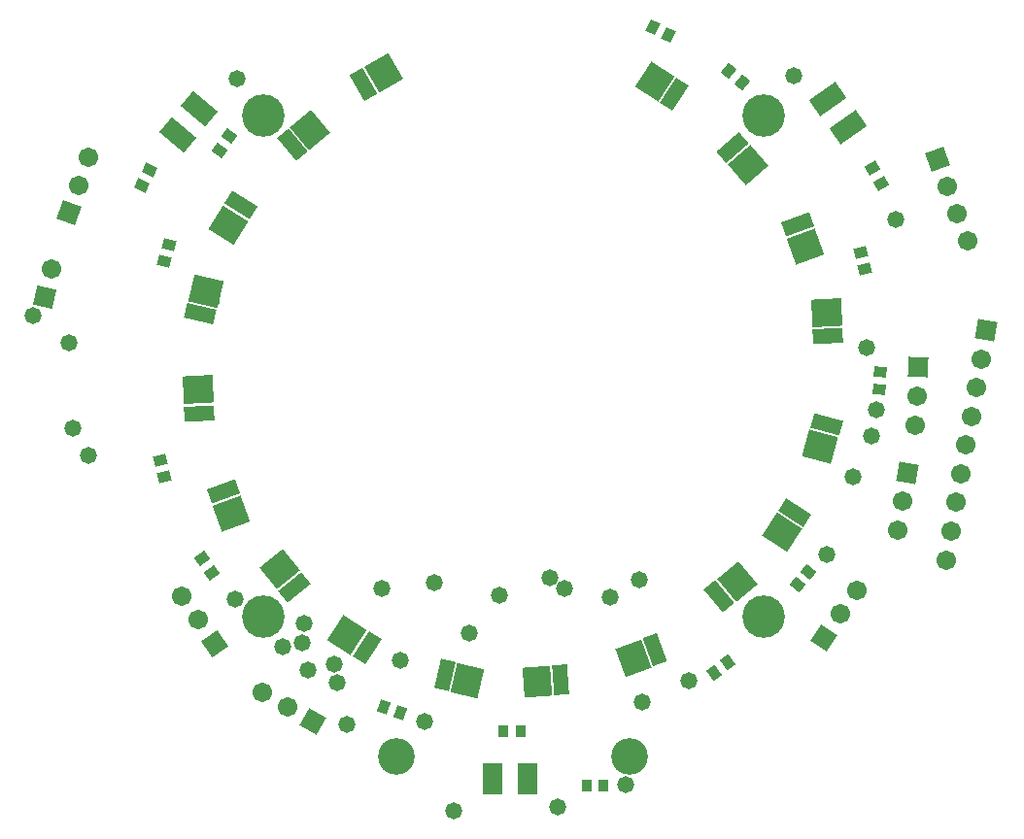
<source format=gts>
G04 Layer_Color=8388736*
%FSLAX44Y44*%
%MOMM*%
G71*
G01*
G75*
G04:AMPARAMS|DCode=77|XSize=1.3032mm|YSize=2.6032mm|CornerRadius=0mm|HoleSize=0mm|Usage=FLASHONLY|Rotation=30.000|XOffset=0mm|YOffset=0mm|HoleType=Round|Shape=Rectangle|*
%AMROTATEDRECTD77*
4,1,4,0.0865,-1.4530,-1.2151,0.8014,-0.0865,1.4530,1.2151,-0.8014,0.0865,-1.4530,0.0*
%
%ADD77ROTATEDRECTD77*%

G04:AMPARAMS|DCode=78|XSize=2.4032mm|YSize=2.6032mm|CornerRadius=0mm|HoleSize=0mm|Usage=FLASHONLY|Rotation=30.000|XOffset=0mm|YOffset=0mm|HoleType=Round|Shape=Rectangle|*
%AMROTATEDRECTD78*
4,1,4,-0.3898,-1.7280,-1.6914,0.5264,0.3898,1.7280,1.6914,-0.5264,-0.3898,-1.7280,0.0*
%
%ADD78ROTATEDRECTD78*%

G04:AMPARAMS|DCode=79|XSize=1.3032mm|YSize=2.6032mm|CornerRadius=0mm|HoleSize=0mm|Usage=FLASHONLY|Rotation=40.000|XOffset=0mm|YOffset=0mm|HoleType=Round|Shape=Rectangle|*
%AMROTATEDRECTD79*
4,1,4,0.3375,-1.4159,-1.3358,0.5782,-0.3375,1.4159,1.3358,-0.5782,0.3375,-1.4159,0.0*
%
%ADD79ROTATEDRECTD79*%

G04:AMPARAMS|DCode=80|XSize=2.4032mm|YSize=2.6032mm|CornerRadius=0mm|HoleSize=0mm|Usage=FLASHONLY|Rotation=40.000|XOffset=0mm|YOffset=0mm|HoleType=Round|Shape=Rectangle|*
%AMROTATEDRECTD80*
4,1,4,-0.0838,-1.7695,-1.7571,0.2247,0.0838,1.7695,1.7571,-0.2247,-0.0838,-1.7695,0.0*
%
%ADD80ROTATEDRECTD80*%

G04:AMPARAMS|DCode=81|XSize=2.4032mm|YSize=2.6032mm|CornerRadius=0mm|HoleSize=0mm|Usage=FLASHONLY|Rotation=238.000|XOffset=0mm|YOffset=0mm|HoleType=Round|Shape=Rectangle|*
%AMROTATEDRECTD81*
4,1,4,-0.4671,1.7088,1.7406,0.3293,0.4671,-1.7088,-1.7406,-0.3293,-0.4671,1.7088,0.0*
%
%ADD81ROTATEDRECTD81*%

G04:AMPARAMS|DCode=82|XSize=1.3032mm|YSize=2.6032mm|CornerRadius=0mm|HoleSize=0mm|Usage=FLASHONLY|Rotation=238.000|XOffset=0mm|YOffset=0mm|HoleType=Round|Shape=Rectangle|*
%AMROTATEDRECTD82*
4,1,4,-0.7585,1.2423,1.4491,-0.1371,0.7585,-1.2423,-1.4491,0.1371,-0.7585,1.2423,0.0*
%
%ADD82ROTATEDRECTD82*%

G04:AMPARAMS|DCode=83|XSize=1.3032mm|YSize=2.6032mm|CornerRadius=0mm|HoleSize=0mm|Usage=FLASHONLY|Rotation=77.000|XOffset=0mm|YOffset=0mm|HoleType=Round|Shape=Rectangle|*
%AMROTATEDRECTD83*
4,1,4,1.1217,-0.9277,-1.4148,-0.3421,-1.1217,0.9277,1.4148,0.3421,1.1217,-0.9277,0.0*
%
%ADD83ROTATEDRECTD83*%

G04:AMPARAMS|DCode=84|XSize=2.4032mm|YSize=2.6032mm|CornerRadius=0mm|HoleSize=0mm|Usage=FLASHONLY|Rotation=77.000|XOffset=0mm|YOffset=0mm|HoleType=Round|Shape=Rectangle|*
%AMROTATEDRECTD84*
4,1,4,0.9979,-1.4636,-1.5385,-0.8780,-0.9979,1.4636,1.5385,0.8780,0.9979,-1.4636,0.0*
%
%ADD84ROTATEDRECTD84*%

G04:AMPARAMS|DCode=85|XSize=1.3032mm|YSize=2.6032mm|CornerRadius=0mm|HoleSize=0mm|Usage=FLASHONLY|Rotation=93.000|XOffset=0mm|YOffset=0mm|HoleType=Round|Shape=Rectangle|*
%AMROTATEDRECTD85*
4,1,4,1.3339,-0.5826,-1.2657,-0.7188,-1.3339,0.5826,1.2657,0.7188,1.3339,-0.5826,0.0*
%
%ADD85ROTATEDRECTD85*%

G04:AMPARAMS|DCode=86|XSize=2.4032mm|YSize=2.6032mm|CornerRadius=0mm|HoleSize=0mm|Usage=FLASHONLY|Rotation=93.000|XOffset=0mm|YOffset=0mm|HoleType=Round|Shape=Rectangle|*
%AMROTATEDRECTD86*
4,1,4,1.3627,-1.1318,-1.2369,-1.2681,-1.3627,1.1318,1.2369,1.2681,1.3627,-1.1318,0.0*
%
%ADD86ROTATEDRECTD86*%

G04:AMPARAMS|DCode=87|XSize=2.4032mm|YSize=2.6032mm|CornerRadius=0mm|HoleSize=0mm|Usage=FLASHONLY|Rotation=290.000|XOffset=0mm|YOffset=0mm|HoleType=Round|Shape=Rectangle|*
%AMROTATEDRECTD87*
4,1,4,-1.6341,0.6840,0.8121,1.5743,1.6341,-0.6840,-0.8121,-1.5743,-1.6341,0.6840,0.0*
%
%ADD87ROTATEDRECTD87*%

G04:AMPARAMS|DCode=88|XSize=1.3032mm|YSize=2.6032mm|CornerRadius=0mm|HoleSize=0mm|Usage=FLASHONLY|Rotation=290.000|XOffset=0mm|YOffset=0mm|HoleType=Round|Shape=Rectangle|*
%AMROTATEDRECTD88*
4,1,4,-1.4460,0.1671,1.0002,1.0575,1.4460,-0.1671,-1.0002,-1.0575,-1.4460,0.1671,0.0*
%
%ADD88ROTATEDRECTD88*%

G04:AMPARAMS|DCode=89|XSize=1.3032mm|YSize=2.6032mm|CornerRadius=0mm|HoleSize=0mm|Usage=FLASHONLY|Rotation=129.000|XOffset=0mm|YOffset=0mm|HoleType=Round|Shape=Rectangle|*
%AMROTATEDRECTD89*
4,1,4,1.4216,0.3127,-0.6015,-1.3255,-1.4216,-0.3127,0.6015,1.3255,1.4216,0.3127,0.0*
%
%ADD89ROTATEDRECTD89*%

G04:AMPARAMS|DCode=90|XSize=2.4032mm|YSize=2.6032mm|CornerRadius=0mm|HoleSize=0mm|Usage=FLASHONLY|Rotation=129.000|XOffset=0mm|YOffset=0mm|HoleType=Round|Shape=Rectangle|*
%AMROTATEDRECTD90*
4,1,4,1.7677,-0.1147,-0.2553,-1.7529,-1.7677,0.1147,0.2553,1.7529,1.7677,-0.1147,0.0*
%
%ADD90ROTATEDRECTD90*%

G04:AMPARAMS|DCode=91|XSize=1.3032mm|YSize=2.6032mm|CornerRadius=0mm|HoleSize=0mm|Usage=FLASHONLY|Rotation=147.000|XOffset=0mm|YOffset=0mm|HoleType=Round|Shape=Rectangle|*
%AMROTATEDRECTD91*
4,1,4,1.2554,0.7367,-0.1624,-1.4465,-1.2554,-0.7367,0.1624,1.4465,1.2554,0.7367,0.0*
%
%ADD91ROTATEDRECTD91*%

G04:AMPARAMS|DCode=92|XSize=2.4032mm|YSize=2.6032mm|CornerRadius=0mm|HoleSize=0mm|Usage=FLASHONLY|Rotation=147.000|XOffset=0mm|YOffset=0mm|HoleType=Round|Shape=Rectangle|*
%AMROTATEDRECTD92*
4,1,4,1.7167,0.4372,0.2988,-1.7460,-1.7167,-0.4372,-0.2988,1.7460,1.7167,0.4372,0.0*
%
%ADD92ROTATEDRECTD92*%

G04:AMPARAMS|DCode=93|XSize=2.4032mm|YSize=2.6032mm|CornerRadius=0mm|HoleSize=0mm|Usage=FLASHONLY|Rotation=347.000|XOffset=0mm|YOffset=0mm|HoleType=Round|Shape=Rectangle|*
%AMROTATEDRECTD93*
4,1,4,-1.4636,-0.9979,-0.8780,1.5385,1.4636,0.9979,0.8780,-1.5385,-1.4636,-0.9979,0.0*
%
%ADD93ROTATEDRECTD93*%

G04:AMPARAMS|DCode=94|XSize=1.3032mm|YSize=2.6032mm|CornerRadius=0mm|HoleSize=0mm|Usage=FLASHONLY|Rotation=347.000|XOffset=0mm|YOffset=0mm|HoleType=Round|Shape=Rectangle|*
%AMROTATEDRECTD94*
4,1,4,-0.9277,-1.1217,-0.3421,1.4148,0.9277,1.1217,0.3421,-1.4148,-0.9277,-1.1217,0.0*
%
%ADD94ROTATEDRECTD94*%

G04:AMPARAMS|DCode=95|XSize=1.3032mm|YSize=2.6032mm|CornerRadius=0mm|HoleSize=0mm|Usage=FLASHONLY|Rotation=184.000|XOffset=0mm|YOffset=0mm|HoleType=Round|Shape=Rectangle|*
%AMROTATEDRECTD95*
4,1,4,0.5592,1.3439,0.7408,-1.2530,-0.5592,-1.3439,-0.7408,1.2530,0.5592,1.3439,0.0*
%
%ADD95ROTATEDRECTD95*%

G04:AMPARAMS|DCode=96|XSize=2.4032mm|YSize=2.6032mm|CornerRadius=0mm|HoleSize=0mm|Usage=FLASHONLY|Rotation=184.000|XOffset=0mm|YOffset=0mm|HoleType=Round|Shape=Rectangle|*
%AMROTATEDRECTD96*
4,1,4,1.1079,1.3822,1.2895,-1.2146,-1.1079,-1.3822,-1.2895,1.2146,1.1079,1.3822,0.0*
%
%ADD96ROTATEDRECTD96*%

G04:AMPARAMS|DCode=97|XSize=1.3032mm|YSize=2.6032mm|CornerRadius=0mm|HoleSize=0mm|Usage=FLASHONLY|Rotation=200.000|XOffset=0mm|YOffset=0mm|HoleType=Round|Shape=Rectangle|*
%AMROTATEDRECTD97*
4,1,4,0.1671,1.4460,1.0575,-1.0002,-0.1671,-1.4460,-1.0575,1.0002,0.1671,1.4460,0.0*
%
%ADD97ROTATEDRECTD97*%

G04:AMPARAMS|DCode=98|XSize=2.4032mm|YSize=2.6032mm|CornerRadius=0mm|HoleSize=0mm|Usage=FLASHONLY|Rotation=200.000|XOffset=0mm|YOffset=0mm|HoleType=Round|Shape=Rectangle|*
%AMROTATEDRECTD98*
4,1,4,0.6840,1.6341,1.5743,-0.8121,-0.6840,-1.6341,-1.5743,0.8121,0.6840,1.6341,0.0*
%
%ADD98ROTATEDRECTD98*%

G04:AMPARAMS|DCode=99|XSize=1.3032mm|YSize=2.6032mm|CornerRadius=0mm|HoleSize=0mm|Usage=FLASHONLY|Rotation=237.000|XOffset=0mm|YOffset=0mm|HoleType=Round|Shape=Rectangle|*
%AMROTATEDRECTD99*
4,1,4,-0.7367,1.2554,1.4465,-0.1624,0.7367,-1.2554,-1.4465,0.1624,-0.7367,1.2554,0.0*
%
%ADD99ROTATEDRECTD99*%

G04:AMPARAMS|DCode=100|XSize=2.4032mm|YSize=2.6032mm|CornerRadius=0mm|HoleSize=0mm|Usage=FLASHONLY|Rotation=237.000|XOffset=0mm|YOffset=0mm|HoleType=Round|Shape=Rectangle|*
%AMROTATEDRECTD100*
4,1,4,-0.4372,1.7167,1.7460,0.2988,0.4372,-1.7167,-1.7460,-0.2988,-0.4372,1.7167,0.0*
%
%ADD100ROTATEDRECTD100*%

G04:AMPARAMS|DCode=101|XSize=1.3032mm|YSize=2.6032mm|CornerRadius=0mm|HoleSize=0mm|Usage=FLASHONLY|Rotation=255.000|XOffset=0mm|YOffset=0mm|HoleType=Round|Shape=Rectangle|*
%AMROTATEDRECTD101*
4,1,4,-1.0886,0.9663,1.4259,0.2925,1.0886,-0.9663,-1.4259,-0.2925,-1.0886,0.9663,0.0*
%
%ADD101ROTATEDRECTD101*%

G04:AMPARAMS|DCode=102|XSize=2.4032mm|YSize=2.6032mm|CornerRadius=0mm|HoleSize=0mm|Usage=FLASHONLY|Rotation=255.000|XOffset=0mm|YOffset=0mm|HoleType=Round|Shape=Rectangle|*
%AMROTATEDRECTD102*
4,1,4,-0.9463,1.4975,1.5682,0.8238,0.9463,-1.4975,-1.5682,-0.8238,-0.9463,1.4975,0.0*
%
%ADD102ROTATEDRECTD102*%

G04:AMPARAMS|DCode=103|XSize=1.3032mm|YSize=2.6032mm|CornerRadius=0mm|HoleSize=0mm|Usage=FLASHONLY|Rotation=311.000|XOffset=0mm|YOffset=0mm|HoleType=Round|Shape=Rectangle|*
%AMROTATEDRECTD103*
4,1,4,-1.4098,-0.3622,0.5548,1.3457,1.4098,0.3622,-0.5548,-1.3457,-1.4098,-0.3622,0.0*
%
%ADD103ROTATEDRECTD103*%

G04:AMPARAMS|DCode=104|XSize=2.4032mm|YSize=2.6032mm|CornerRadius=0mm|HoleSize=0mm|Usage=FLASHONLY|Rotation=311.000|XOffset=0mm|YOffset=0mm|HoleType=Round|Shape=Rectangle|*
%AMROTATEDRECTD104*
4,1,4,-1.7706,0.0529,0.1940,1.7608,1.7706,-0.0529,-0.1940,-1.7608,-1.7706,0.0529,0.0*
%
%ADD104ROTATEDRECTD104*%

G04:AMPARAMS|DCode=105|XSize=1.1032mm|YSize=0.9032mm|CornerRadius=0mm|HoleSize=0mm|Usage=FLASHONLY|Rotation=175.000|XOffset=0mm|YOffset=0mm|HoleType=Round|Shape=Rectangle|*
%AMROTATEDRECTD105*
4,1,4,0.5889,0.4018,0.5101,-0.4980,-0.5889,-0.4018,-0.5101,0.4980,0.5889,0.4018,0.0*
%
%ADD105ROTATEDRECTD105*%

G04:AMPARAMS|DCode=106|XSize=1.1032mm|YSize=0.9032mm|CornerRadius=0mm|HoleSize=0mm|Usage=FLASHONLY|Rotation=325.000|XOffset=0mm|YOffset=0mm|HoleType=Round|Shape=Rectangle|*
%AMROTATEDRECTD106*
4,1,4,-0.7109,-0.0536,-0.1928,0.6863,0.7109,0.0536,0.1928,-0.6863,-0.7109,-0.0536,0.0*
%
%ADD106ROTATEDRECTD106*%

G04:AMPARAMS|DCode=107|XSize=1.1032mm|YSize=0.9032mm|CornerRadius=0mm|HoleSize=0mm|Usage=FLASHONLY|Rotation=345.000|XOffset=0mm|YOffset=0mm|HoleType=Round|Shape=Rectangle|*
%AMROTATEDRECTD107*
4,1,4,-0.6497,-0.2934,-0.4159,0.5790,0.6497,0.2934,0.4159,-0.5790,-0.6497,-0.2934,0.0*
%
%ADD107ROTATEDRECTD107*%

G04:AMPARAMS|DCode=108|XSize=1.1032mm|YSize=0.9032mm|CornerRadius=0mm|HoleSize=0mm|Usage=FLASHONLY|Rotation=15.000|XOffset=0mm|YOffset=0mm|HoleType=Round|Shape=Rectangle|*
%AMROTATEDRECTD108*
4,1,4,-0.4159,-0.5790,-0.6497,0.2934,0.4159,0.5790,0.6497,-0.2934,-0.4159,-0.5790,0.0*
%
%ADD108ROTATEDRECTD108*%

G04:AMPARAMS|DCode=109|XSize=1.1032mm|YSize=0.9032mm|CornerRadius=0mm|HoleSize=0mm|Usage=FLASHONLY|Rotation=35.000|XOffset=0mm|YOffset=0mm|HoleType=Round|Shape=Rectangle|*
%AMROTATEDRECTD109*
4,1,4,-0.1928,-0.6863,-0.7109,0.0536,0.1928,0.6863,0.7109,-0.0536,-0.1928,-0.6863,0.0*
%
%ADD109ROTATEDRECTD109*%

G04:AMPARAMS|DCode=110|XSize=1.1032mm|YSize=0.9032mm|CornerRadius=0mm|HoleSize=0mm|Usage=FLASHONLY|Rotation=70.000|XOffset=0mm|YOffset=0mm|HoleType=Round|Shape=Rectangle|*
%AMROTATEDRECTD110*
4,1,4,0.2357,-0.6728,-0.6130,-0.3639,-0.2357,0.6728,0.6130,0.3639,0.2357,-0.6728,0.0*
%
%ADD110ROTATEDRECTD110*%

%ADD111R,1.7032X2.8032*%
%ADD112R,0.9032X1.1032*%
G04:AMPARAMS|DCode=113|XSize=1.1032mm|YSize=0.9032mm|CornerRadius=0mm|HoleSize=0mm|Usage=FLASHONLY|Rotation=125.000|XOffset=0mm|YOffset=0mm|HoleType=Round|Shape=Rectangle|*
%AMROTATEDRECTD113*
4,1,4,0.6863,-0.1928,-0.0536,-0.7109,-0.6863,0.1928,0.0536,0.7109,0.6863,-0.1928,0.0*
%
%ADD113ROTATEDRECTD113*%

G04:AMPARAMS|DCode=114|XSize=1.1032mm|YSize=0.9032mm|CornerRadius=0mm|HoleSize=0mm|Usage=FLASHONLY|Rotation=140.000|XOffset=0mm|YOffset=0mm|HoleType=Round|Shape=Rectangle|*
%AMROTATEDRECTD114*
4,1,4,0.7128,-0.0086,0.1323,-0.7005,-0.7128,0.0086,-0.1323,0.7005,0.7128,-0.0086,0.0*
%
%ADD114ROTATEDRECTD114*%

G04:AMPARAMS|DCode=115|XSize=1.1032mm|YSize=0.9032mm|CornerRadius=0mm|HoleSize=0mm|Usage=FLASHONLY|Rotation=230.000|XOffset=0mm|YOffset=0mm|HoleType=Round|Shape=Rectangle|*
%AMROTATEDRECTD115*
4,1,4,0.0086,0.7128,0.7005,0.1323,-0.0086,-0.7128,-0.7005,-0.1323,0.0086,0.7128,0.0*
%
%ADD115ROTATEDRECTD115*%

G04:AMPARAMS|DCode=116|XSize=1.1032mm|YSize=0.9032mm|CornerRadius=0mm|HoleSize=0mm|Usage=FLASHONLY|Rotation=245.000|XOffset=0mm|YOffset=0mm|HoleType=Round|Shape=Rectangle|*
%AMROTATEDRECTD116*
4,1,4,-0.1762,0.6908,0.6424,0.3091,0.1762,-0.6908,-0.6424,-0.3091,-0.1762,0.6908,0.0*
%
%ADD116ROTATEDRECTD116*%

G04:AMPARAMS|DCode=117|XSize=1.7032mm|YSize=2.8032mm|CornerRadius=0mm|HoleSize=0mm|Usage=FLASHONLY|Rotation=305.000|XOffset=0mm|YOffset=0mm|HoleType=Round|Shape=Rectangle|*
%AMROTATEDRECTD117*
4,1,4,-1.6366,-0.1063,0.6597,1.5015,1.6366,0.1063,-0.6597,-1.5015,-1.6366,-0.1063,0.0*
%
%ADD117ROTATEDRECTD117*%

G04:AMPARAMS|DCode=118|XSize=1.7032mm|YSize=2.8032mm|CornerRadius=0mm|HoleSize=0mm|Usage=FLASHONLY|Rotation=230.000|XOffset=0mm|YOffset=0mm|HoleType=Round|Shape=Rectangle|*
%AMROTATEDRECTD118*
4,1,4,-0.5263,1.5533,1.6211,-0.2486,0.5263,-1.5533,-1.6211,0.2486,-0.5263,1.5533,0.0*
%
%ADD118ROTATEDRECTD118*%

G04:AMPARAMS|DCode=119|XSize=1.1032mm|YSize=0.9032mm|CornerRadius=0mm|HoleSize=0mm|Usage=FLASHONLY|Rotation=335.000|XOffset=0mm|YOffset=0mm|HoleType=Round|Shape=Rectangle|*
%AMROTATEDRECTD119*
4,1,4,-0.6908,-0.1762,-0.3091,0.6424,0.6908,0.1762,0.3091,-0.6424,-0.6908,-0.1762,0.0*
%
%ADD119ROTATEDRECTD119*%

G04:AMPARAMS|DCode=120|XSize=1.1032mm|YSize=0.9032mm|CornerRadius=0mm|HoleSize=0mm|Usage=FLASHONLY|Rotation=30.000|XOffset=0mm|YOffset=0mm|HoleType=Round|Shape=Rectangle|*
%AMROTATEDRECTD120*
4,1,4,-0.2519,-0.6669,-0.7035,0.1153,0.2519,0.6669,0.7035,-0.1153,-0.2519,-0.6669,0.0*
%
%ADD120ROTATEDRECTD120*%

%ADD121C,0.7032*%
%ADD122C,1.7032*%
%ADD123P,2.4087X4X170.0*%
%ADD124P,2.4087X4X195.0*%
%ADD125C,3.7032*%
%ADD126P,2.4087X4X335.0*%
%ADD127P,2.4087X4X305.0*%
%ADD128C,3.2032*%
%ADD129P,2.4087X4X115.0*%
%ADD130P,2.4087X4X122.0*%
%ADD131P,2.4087X4X312.0*%
%ADD132P,2.4087X4X101.0*%
%ADD133C,1.4732*%
D77*
X-130647Y245469D02*
D03*
D78*
X-112894Y255719D02*
D03*
D79*
X-192658Y192753D02*
D03*
X179470Y-200931D02*
D03*
D80*
X-176954Y205930D02*
D03*
X195174Y-187754D02*
D03*
D81*
X-248279Y122785D02*
D03*
D82*
X-237416Y140170D02*
D03*
D83*
X-272617Y45352D02*
D03*
D84*
X-268006Y65327D02*
D03*
D85*
X-273547Y-41130D02*
D03*
X274333Y26150D02*
D03*
D86*
X-274620Y-20658D02*
D03*
X273260Y46622D02*
D03*
D87*
X-245694Y-128856D02*
D03*
X254586Y104424D02*
D03*
D88*
X-252705Y-109592D02*
D03*
X247575Y123688D02*
D03*
D89*
X-191000Y-192826D02*
D03*
D90*
X-203901Y-176894D02*
D03*
D91*
X-127520Y-245475D02*
D03*
X140100Y237305D02*
D03*
D92*
X-144713Y-234310D02*
D03*
X122907Y248470D02*
D03*
D93*
X-39993Y-273854D02*
D03*
D94*
X-59968Y-269243D02*
D03*
D95*
X41122Y-273417D02*
D03*
D96*
X20672Y-274847D02*
D03*
D97*
X123688Y-247575D02*
D03*
D98*
X104424Y-254586D02*
D03*
D99*
X245475Y-127520D02*
D03*
D100*
X234310Y-144713D02*
D03*
D101*
X272871Y-50746D02*
D03*
D102*
X267565Y-70547D02*
D03*
D103*
X191341Y190838D02*
D03*
D104*
X204790Y175367D02*
D03*
D105*
X319988Y-5185D02*
D03*
X318680Y-20128D02*
D03*
D106*
X-256272Y188197D02*
D03*
X-247668Y200485D02*
D03*
D107*
X-304125Y91652D02*
D03*
X-300243Y106141D02*
D03*
D108*
X-303935Y-96170D02*
D03*
X-307817Y-81681D02*
D03*
X302634Y99527D02*
D03*
X306516Y85039D02*
D03*
D109*
X-262348Y-179981D02*
D03*
X-270952Y-167693D02*
D03*
D110*
X-98546Y-302386D02*
D03*
X-112642Y-297256D02*
D03*
D111*
X-17971Y-359839D02*
D03*
X12029D02*
D03*
D112*
X6662Y-318280D02*
D03*
X-8338D02*
D03*
X78683Y-365482D02*
D03*
X63683D02*
D03*
D113*
X186944Y-258523D02*
D03*
X174656Y-267127D02*
D03*
D114*
X257164Y-179199D02*
D03*
X247522Y-190689D02*
D03*
D115*
X187947Y257085D02*
D03*
X199438Y247443D02*
D03*
D116*
X121844Y295126D02*
D03*
X135438Y288786D02*
D03*
D117*
X274296Y232516D02*
D03*
X291504Y207942D02*
D03*
D118*
X-273412Y224673D02*
D03*
X-292696Y201692D02*
D03*
D119*
X-323429Y157280D02*
D03*
X-317089Y170874D02*
D03*
D120*
X320558Y159436D02*
D03*
X313058Y172426D02*
D03*
D121*
X-265512Y56237D02*
X-259027D01*
X245704Y109592D02*
X252705D01*
X-200905Y-182401D02*
X-195280Y-176776D01*
D122*
X-288958Y-200212D02*
D03*
X-274389Y-221019D02*
D03*
X-218363Y-284601D02*
D03*
X-196366Y-297301D02*
D03*
X378245Y156707D02*
D03*
X386932Y132839D02*
D03*
X395619Y108971D02*
D03*
X407794Y6228D02*
D03*
X376919Y-168871D02*
D03*
X381330Y-143856D02*
D03*
X385741Y-118842D02*
D03*
X390151Y-93828D02*
D03*
X394562Y-68814D02*
D03*
X398973Y-43800D02*
D03*
X403383Y-18786D02*
D03*
X-370173Y181711D02*
D03*
X-378860Y157843D02*
D03*
X-402367Y84847D02*
D03*
X335049Y-143057D02*
D03*
X339460Y-118043D02*
D03*
X350491Y-51570D02*
D03*
X351821Y-26205D02*
D03*
X299347Y-195135D02*
D03*
X285144Y-216192D02*
D03*
D123*
X-259820Y-241825D02*
D03*
D124*
X-174369Y-310001D02*
D03*
D125*
X218100Y-218100D02*
D03*
X-218100D02*
D03*
X218100Y218100D02*
D03*
X-218100D02*
D03*
D126*
X369557Y180575D02*
D03*
D127*
X412205Y31242D02*
D03*
X343870Y-93029D02*
D03*
D128*
X101600Y-340350D02*
D03*
X-101600D02*
D03*
D129*
X-387547Y133975D02*
D03*
D130*
X-408081Y60098D02*
D03*
D131*
X353150Y-840D02*
D03*
D132*
X270940Y-237250D02*
D03*
D133*
X153143Y-274508D02*
D03*
X-178941Y-265292D02*
D03*
X-156056Y-259721D02*
D03*
X-241075Y250711D02*
D03*
X-387468Y20306D02*
D03*
X97833Y-365119D02*
D03*
X-242070Y-203120D02*
D03*
X-153200Y-276379D02*
D03*
X-98551Y-256734D02*
D03*
X-145380Y-312562D02*
D03*
X-418693Y44006D02*
D03*
X44765Y-193899D02*
D03*
X-115001Y-193898D02*
D03*
X244519Y253207D02*
D03*
X333288Y127937D02*
D03*
X307577Y16119D02*
D03*
X295778Y-96104D02*
D03*
X316395Y-37779D02*
D03*
X312157Y-60677D02*
D03*
X273436Y-164297D02*
D03*
X-77173Y-309524D02*
D03*
X112527Y-293144D02*
D03*
X-383744Y-53951D02*
D03*
X-370672Y-77542D02*
D03*
X38539Y-384348D02*
D03*
X-38118Y-232368D02*
D03*
X84222Y-201781D02*
D03*
X-12466Y-199407D02*
D03*
X109447Y-186456D02*
D03*
X-69156Y-188340D02*
D03*
X31670Y-184947D02*
D03*
X-182553Y-224641D02*
D03*
X-184236Y-241130D02*
D03*
X-200947Y-244843D02*
D03*
X-52175Y-387487D02*
D03*
M02*

</source>
